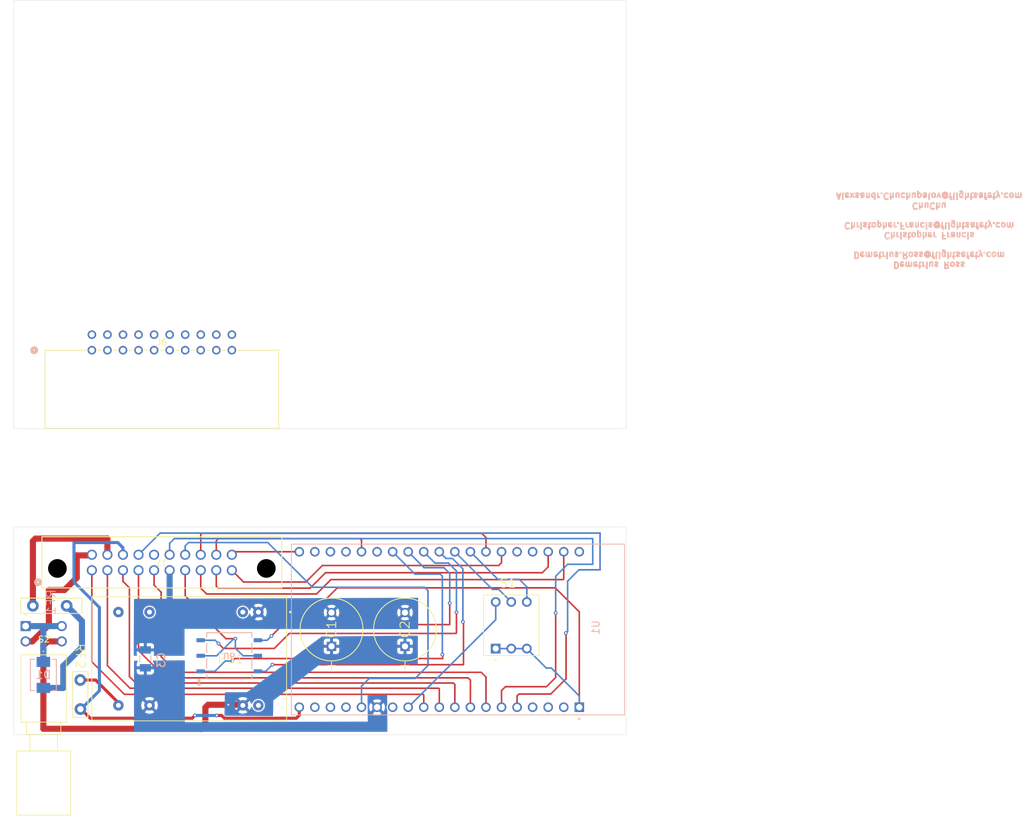
<source format=kicad_pcb>
(kicad_pcb (version 20241229) (generator "pcbnew") (generator_version "9.0")
  (layers (0 "F.Cu" signal) (2 "B.Cu" signal) (13 "F.Paste" user) (15 "B.Paste" user) (5 "F.SilkS" user "F.Silkscreen") (7 "B.SilkS" user "B.Silkscreen") (1 "F.Mask" user) (3 "B.Mask" user) (25 "Edge.Cuts" user))
  (net 0 "")
  (net 1 "-Vin")
  (net 6 "+3.3V")
  (net 7 "GPIO_25")
  (net 8 "GPIO_26")
  (net 9 "GPIO_16")
  (net 10 "ESP_GND2")
  (net 11 "GPIO_17")
  (net 12 "GPIO_4")
  (net 13 "+VIN")
  (net 15 "GPIO_13")
  (net 19 "GPIO_2")
  (net 22 "CLK")
  (net 25 "GPIO_21")
  (net 30 "GPIO_22")
  (net 31 "GPIO_14")
  (net 33 "+24V")
  (net 34 "GPIO_ANAG_35")
  (net 35 "GPIO_32")
  (net 36 "GPIO_33")
  (net 37 "GPIO_5")
  (net 38 "+VIN-dc")
  (net 39 "/+VOUT")
  (net 40 "GPIO_19")
  (net 41 "GPIO_18")
  (net 42 "+VOUT_esp_signal")
  (net 43 "GPIO_27")
  (net 44 "GPIO_23")
  (net 45 "GPIO_ANAG_34")
  (footprint "footprints:PTC_RESET_FUSE" (layer "F.Cu") (at 50.5882 167.175)
    (property "Reference" "RF1" (at 2.95 -0.6 90) (layer "B.SilkS") (effects (font (size 1.5 1.5)) (justify mirror)))
    (property "Value" "~" (hide yes))
    (fp_rect (start -2 -1.25) (end 8 1.25) (stroke (width 0.1524)) (fill no) (layer "F.SilkS"))
    (pad "1" thru_hole circle (at 0 0) (size 1.9 1.9) (drill 1.016) (layers "*.Cu" "*.Mask") (net 38 "+VIN-dc"))
    (pad "2" thru_hole circle (at 5.5118 0) (size 1.9 1.9) (drill 1.016) (layers "*.Cu" "*.Mask") (net 13 "+VIN"))
  )
  (footprint "footprints:PCAP_10x12_5-THRU-ELECT_NCA" (layer "F.Cu") (at 111.35 173.8 90)
    (property "Reference" "C2" (at 2.7559 0 90) (layer "F.SilkS") (effects (font (size 1.5 1.5))))
    (property "Value" "UHE2A470MPD")
    (fp_line (start -3.1369 -0.635) (end -3.1369 0.635) (stroke (width 0.1524)) (layer "F.SilkS"))
    (fp_line (start -3.7719 0) (end -2.5019 0) (stroke (width 0.1524)) (layer "F.SilkS"))
    (fp_circle (center 2.7559 0) (end 7.8867 0) (stroke (width 0.1524)) (fill no) (layer "F.SilkS"))
    (pad "1" thru_hole rect (at 0 0 90) (size 1.524 1.524) (drill 1.016) (layers "*.Cu" "*.Mask") (net 13 "+VIN"))
    (pad "2" thru_hole circle (at 5.5118 0 90) (size 1.524 1.524) (drill 1.016) (layers "*.Cu" "*.Mask") (net 1 "-Vin"))
  )
  (footprint "footprints:PCAP_10x12_5-THRU-ELECT_NCA" (layer "F.Cu") (at 99.35 173.8 90)
    (property "Reference" "C1" (at 2.7559 0 90) (layer "F.SilkS") (effects (font (size 1.5 1.5))))
    (property "Value" "UHE2A470MPD")
    (fp_line (start -3.1369 -0.635) (end -3.1369 0.635) (stroke (width 0.1524)) (layer "F.SilkS"))
    (fp_line (start -3.7719 0) (end -2.5019 0) (stroke (width 0.1524)) (layer "F.SilkS"))
    (fp_circle (center 2.7559 0) (end 7.8867 0) (stroke (width 0.1524)) (fill no) (layer "F.SilkS"))
    (pad "1" thru_hole rect (at 0 0 90) (size 1.524 1.524) (drill 1.016) (layers "*.Cu" "*.Mask") (net 13 "+VIN"))
    (pad "2" thru_hole circle (at 5.5118 0 90) (size 1.524 1.524) (drill 1.016) (layers "*.Cu" "*.Mask") (net 1 "-Vin"))
  )
  (footprint "footprints:SW_DS01C-254-S-03BE" (layer "F.Cu") (at 128.7 170.3625)
    (property "Reference" "S1" (at -0.555 -6.889 0) (layer "F.SilkS") (effects (font (size 1.4 1.4))))
    (property "Value" "DS01C-254-S-03BE")
    (fp_line (start -4.52 -4.95) (end 4.52 -4.95) (stroke (width 0.127)) (layer "F.SilkS"))
    (fp_line (start -4.52 4.95) (end -4.52 -4.95) (stroke (width 0.127)) (layer "F.SilkS"))
    (fp_line (start 4.52 -4.95) (end 4.52 4.95) (stroke (width 0.127)) (layer "F.SilkS"))
    (fp_line (start 4.52 4.95) (end -4.52 4.95) (stroke (width 0.127)) (layer "F.SilkS"))
    (fp_circle (center -2.6 5.7) (end -2.5 5.7) (stroke (width 0.2)) (fill no) (layer "F.SilkS"))
    (pad "1A" thru_hole rect (at -2.54 3.81) (size 1.58 1.58) (drill 1) (layers "*.Cu" "*.Mask") (net 6 "+3.3V"))
    (pad "1B" thru_hole circle (at -2.54 -3.81) (size 1.58 1.58) (drill 1) (layers "*.Cu" "*.Mask") (net 31 "GPIO_14"))
    (pad "2A" thru_hole circle (at 0 3.81) (size 1.58 1.58) (drill 1) (layers "*.Cu" "*.Mask") (net 6 "+3.3V"))
    (pad "2B" thru_hole circle (at 0 -3.81) (size 1.58 1.58) (drill 1) (layers "*.Cu" "*.Mask") (net 41 "GPIO_18"))
    (pad "3A" thru_hole circle (at 2.54 3.81) (size 1.58 1.58) (drill 1) (layers "*.Cu" "*.Mask") (net 6 "+3.3V"))
    (pad "3B" thru_hole circle (at 2.54 -3.81) (size 1.58 1.58) (drill 1) (layers "*.Cu" "*.Mask") (net 40 "GPIO_19"))
  )
  (footprint "footprints:20_pin_90" (layer "F.Cu") (at 60.22 125.42)
    (property "Reference" "J6" (at 11.43 -1.27 0) (layer "F.SilkS"))
    (property "Value" "20_pin_90")
    (fp_line (start -7.6454 0.013) (end -7.6454 12.763799) (stroke (width 0.1524)) (layer "F.SilkS"))
    (fp_line (start -7.6454 12.763799) (end 30.5054 12.763799) (stroke (width 0.1524)) (layer "F.SilkS"))
    (fp_line (start -1.031158 0.013) (end -7.6454 0.013) (stroke (width 0.1524)) (layer "F.SilkS"))
    (fp_line (start 1.508842 0.013) (end 1.031158 0.013) (stroke (width 0.1524)) (layer "F.SilkS"))
    (fp_line (start 4.048842 0.013) (end 3.571158 0.013) (stroke (width 0.1524)) (layer "F.SilkS"))
    (fp_line (start 6.588842 0.013) (end 6.111158 0.013) (stroke (width 0.1524)) (layer "F.SilkS"))
    (fp_line (start 9.128842 0.013) (end 8.651158 0.013) (stroke (width 0.1524)) (layer "F.SilkS"))
    (fp_line (start 11.668842 0.013) (end 11.191158 0.013) (stroke (width 0.1524)) (layer "F.SilkS"))
    (fp_line (start 14.208842 0.013) (end 13.731158 0.013) (stroke (width 0.1524)) (layer "F.SilkS"))
    (fp_line (start 16.748842 0.013) (end 16.271158 0.013) (stroke (width 0.1524)) (layer "F.SilkS"))
    (fp_line (start 19.288842 0.013) (end 18.811158 0.013) (stroke (width 0.1524)) (layer "F.SilkS"))
    (fp_line (start 21.828842 0.013) (end 21.351158 0.013) (stroke (width 0.1524)) (layer "F.SilkS"))
    (fp_line (start 30.5054 0.013) (end 23.891158 0.013) (stroke (width 0.1524)) (layer "F.SilkS"))
    (fp_line (start 30.5054 12.763799) (end 30.5054 0.013) (stroke (width 0.1524)) (layer "F.SilkS"))
    (fp_circle (center -9.4234 0) (end -9.0424 0) (stroke (width 0.508)) (fill no) (layer "F.SilkS"))
    (fp_circle (center -9.4234 0) (end -9.0424 0) (stroke (width 0.508)) (fill no) (layer "B.SilkS"))
    (pad "" np_thru_hole circle (at -5.08 2.54) (size 2.794 2.794) (drill 2.794) (layers "*.Cu" "*.Mask"))
    (pad "" np_thru_hole circle (at 27.94 2.54) (size 2.794 2.794) (drill 2.794) (layers "*.Cu" "*.Mask"))
    (pad "A1" thru_hole circle (at 0 0) (size 1.397 1.397) (drill 0.889) (layers "*.Cu" "*.Mask") (net 13 "+VIN"))
    (pad "A2" thru_hole circle (at 2.54 0) (size 1.397 1.397) (drill 0.889) (layers "*.Cu" "*.Mask") (net 38 "+VIN-dc"))
    (pad "A3" thru_hole circle (at 5.08 0) (size 1.397 1.397) (drill 0.889) (layers "*.Cu" "*.Mask") (net 42 "+VOUT_esp_signal"))
    (pad "A4" thru_hole circle (at 7.62 0) (size 1.397 1.397) (drill 0.889) (layers "*.Cu" "*.Mask") (net 45 "GPIO_ANAG_34"))
    (pad "A5" thru_hole circle (at 10.16 0) (size 1.397 1.397) (drill 0.889) (layers "*.Cu" "*.Mask"))
    (pad "A6" thru_hole circle (at 12.7 0) (size 1.397 1.397) (drill 0.889) (layers "*.Cu" "*.Mask") (net 34 "GPIO_ANAG_35"))
    (pad "A7" thru_hole circle (at 15.24 0) (size 1.397 1.397) (drill 0.889) (layers "*.Cu" "*.Mask") (net 15 "GPIO_13"))
    (pad "A8" thru_hole circle (at 17.78 0) (size 1.397 1.397) (drill 0.889) (layers "*.Cu" "*.Mask") (net 10 "ESP_GND2"))
    (pad "A9" thru_hole circle (at 20.32 0) (size 1.397 1.397) (drill 0.889) (layers "*.Cu" "*.Mask") (net 19 "GPIO_2"))
    (pad "A10" thru_hole circle (at 22.86 0) (size 1.397 1.397) (drill 0.889) (layers "*.Cu" "*.Mask") (net 22 "CLK"))
    (pad "B1" thru_hole circle (at 0 -2.54) (size 1.397 1.397) (drill 0.889) (layers "*.Cu" "*.Mask") (net 43 "GPIO_27"))
    (pad "B2" thru_hole circle (at 2.54 -2.54) (size 1.397 1.397) (drill 0.889) (layers "*.Cu" "*.Mask") (net 8 "GPIO_26"))
    (pad "B3" thru_hole circle (at 5.08 -2.54) (size 1.397 1.397) (drill 0.889) (layers "*.Cu" "*.Mask") (net 7 "GPIO_25"))
    (pad "B4" thru_hole circle (at 7.62 -2.54) (size 1.397 1.397) (drill 0.889) (layers "*.Cu" "*.Mask") (net 36 "GPIO_33"))
    (pad "B5" thru_hole circle (at 10.16 -2.54) (size 1.397 1.397) (drill 0.889) (layers "*.Cu" "*.Mask") (net 35 "GPIO_32"))
    (pad "B6" thru_hole circle (at 12.7 -2.54) (size 1.397 1.397) (drill 0.889) (layers "*.Cu" "*.Mask") (net 1 "-Vin"))
    (pad "B7" thru_hole circle (at 15.24 -2.54) (size 1.397 1.397) (drill 0.889) (layers "*.Cu" "*.Mask") (net 6 "+3.3V"))
    (pad "B8" thru_hole circle (at 17.78 -2.54) (size 1.397 1.397) (drill 0.889) (layers "*.Cu" "*.Mask") (net 44 "GPIO_23"))
    (pad "B9" thru_hole circle (at 20.32 -2.54) (size 1.397 1.397) (drill 0.889) (layers "*.Cu" "*.Mask") (net 30 "GPIO_22"))
    (pad "B10" thru_hole circle (at 22.86 -2.54) (size 1.397 1.397) (drill 0.889) (layers "*.Cu" "*.Mask") (net 25 "GPIO_21"))
  )
  (footprint "footprints:SW_PB400EEQR1BLK" (layer "F.Cu") (at 52.35 171.75 -90)
    (property "Reference" "S2" (at 0.9 -0.05 180) (layer "F.SilkS"))
    (property "Value" "PB400EEQR1BLK")
    (fp_line (start 19.14 4.4) (end 19.14 2.25) (stroke (width 0.127)) (layer "F.SilkS"))
    (fp_line (start 29.64 4.4) (end 19.14 4.4) (stroke (width 0.127)) (layer "F.SilkS"))
    (fp_line (start 3.44 3.7) (end 14.44 3.7) (stroke (width 0.127)) (layer "F.SilkS"))
    (fp_line (start 14.44 3.7) (end 14.44 2.8) (stroke (width 0.127)) (layer "F.SilkS"))
    (fp_line (start 14.44 2.8) (end 14.44 -2.8) (stroke (width 0.127)) (layer "F.SilkS"))
    (fp_line (start 16.44 2.8) (end 14.44 2.8) (stroke (width 0.127)) (layer "F.SilkS"))
    (fp_line (start 16.44 2.25) (end 16.44 2.8) (stroke (width 0.127)) (layer "F.SilkS"))
    (fp_line (start 19.14 2.25) (end 16.44 2.25) (stroke (width 0.127)) (layer "F.SilkS"))
    (fp_line (start 16.44 -2.25) (end 16.44 2.25) (stroke (width 0.127)) (layer "F.SilkS"))
    (fp_line (start 16.44 -2.25) (end 19.14 -2.25) (stroke (width 0.127)) (layer "F.SilkS"))
    (fp_line (start 19.14 -2.25) (end 19.14 2.25) (stroke (width 0.127)) (layer "F.SilkS"))
    (fp_line (start 19.14 -2.25) (end 19.14 -4.4) (stroke (width 0.127)) (layer "F.SilkS"))
    (fp_line (start 14.44 -2.8) (end 16.44 -2.8) (stroke (width 0.127)) (layer "F.SilkS"))
    (fp_line (start 14.44 -2.8) (end 14.44 -3.7) (stroke (width 0.127)) (layer "F.SilkS"))
    (fp_line (start 16.44 -2.8) (end 16.44 -2.25) (stroke (width 0.127)) (layer "F.SilkS"))
    (fp_line (start 3.44 -3.7) (end 3.44 3.7) (stroke (width 0.127)) (layer "F.SilkS"))
    (fp_line (start 14.44 -3.7) (end 3.44 -3.7) (stroke (width 0.127)) (layer "F.SilkS"))
    (fp_line (start 19.14 -4.4) (end 29.64 -4.4) (stroke (width 0.127)) (layer "F.SilkS"))
    (fp_line (start 29.64 -4.4) (end 29.64 4.4) (stroke (width 0.127)) (layer "F.SilkS"))
    (fp_circle (center -3.08 2.953) (end -2.98 2.953) (stroke (width 0.2)) (fill no) (layer "F.SilkS"))
    (pad "" np_thru_hole circle (at 12.65 -2.2 270) (size 1.9 1.9) (drill 1.9) (layers "*.Cu" "*.Mask"))
    (pad "" np_thru_hole circle (at 12.65 2.2 270) (size 1.9 1.9) (drill 1.9) (layers "*.Cu" "*.Mask"))
    (pad "1" thru_hole rect (at -1.25 2.95 270) (size 1.65 1.65) (drill 1.1) (layers "*.Cu" "*.Mask") (net 33 "+24V"))
    (pad "2" thru_hole circle (at 1.25 2.95 270) (size 1.65 1.65) (drill 1.1) (layers "*.Cu" "*.Mask") (net 13 "+VIN"))
    (pad "3" thru_hole circle (at -1.25 -2.95 270) (size 1.65 1.65) (drill 1.1) (layers "*.Cu" "*.Mask") (net 33 "+24V"))
    (pad "4" thru_hole circle (at 1.25 -2.95 270) (size 1.65 1.65) (drill 1.1) (layers "*.Cu" "*.Mask") (net 13 "+VIN"))
  )
  (footprint "footprints:PTC_RESET_FUSE" (layer "F.Cu") (at 58.326066 178.90625 -90)
    (property "Reference" "RF2" (at -3.50625 0 270) (layer "F.SilkS") (effects (font (size 1.5 1.5))))
    (property "Value" "~" (hide yes))
    (fp_rect (start -1 -1.25) (end 6.5 1.25) (stroke (width 0.1524)) (fill no) (layer "F.SilkS"))
    (pad "1" thru_hole circle (at 0.4 0 270) (size 1.9 1.9) (drill 1.016) (layers "*.Cu" "*.Mask") (net 39 "/+VOUT"))
    (pad "2" thru_hole circle (at 5.15 -0.025 270) (size 1.9 1.9) (drill 1.016) (layers "*.Cu" "*.Mask") (net 42 "+VOUT_esp_signal"))
  )
  (footprint "footprints:CONV_REC5A-2405SW_H2" (layer "F.Cu") (at 76.11 175.83 180)
    (property "Reference" "PS1" (at -6.77 0 0) (layer "F.SilkS") (effects (font (size 1.5 1.5))))
    (property "Value" "REC5A-2405SW_H2")
    (fp_line (start 15.9 10.15) (end -15.9 10.15) (stroke (width 0.127)) (layer "F.SilkS"))
    (fp_line (start 15.9 -10.15) (end 15.9 10.15) (stroke (width 0.127)) (layer "F.SilkS"))
    (fp_line (start -15.9 10.15) (end -15.9 -10.15) (stroke (width 0.127)) (layer "F.SilkS"))
    (fp_line (start -15.9 -10.15) (end 15.9 -10.15) (stroke (width 0.127)) (layer "F.SilkS"))
    (fp_circle (center -16.51 7.62) (end -16.41 7.62) (stroke (width 0.2)) (fill no) (layer "F.SilkS"))
    (pad "2" thru_hole circle (at -11.3 7.62 180) (size 1.7 1.7) (drill 0.8) (layers "*.Cu" "*.Mask") (net 1 "-Vin"))
    (pad "3" thru_hole circle (at -8.76 7.62 180) (size 1.7 1.7) (drill 0.8) (layers "*.Cu" "*.Mask"))
    (pad "9" thru_hole circle (at 6.48 7.62 180) (size 1.7 1.7) (drill 0.8) (layers "*.Cu" "*.Mask"))
    (pad "11" thru_hole circle (at 11.56 7.62 180) (size 1.7 1.7) (drill 0.8) (layers "*.Cu" "*.Mask"))
    (pad "14" thru_hole circle (at 11.56 -7.62 180) (size 1.7 1.7) (drill 0.8) (layers "*.Cu" "*.Mask") (net 39 "/+VOUT"))
    (pad "16" thru_hole circle (at 6.48 -7.62 180) (size 1.7 1.7) (drill 0.8) (layers "*.Cu" "*.Mask") (net 10 "ESP_GND2"))
    (pad "22" thru_hole circle (at -8.76 -7.62 180) (size 1.7 1.7) (drill 0.8) (layers "*.Cu" "*.Mask") (net 13 "+VIN"))
    (pad "23" thru_hole circle (at -11.3 -7.62 180) (size 1.7 1.7) (drill 0.8) (layers "*.Cu" "*.Mask"))
  )
  (footprint "footprints:20_pin_straight" (layer "F.Cu") (at 60.215 161.3775 180)
    (property "Reference" "J7" (at -11.43 1.27 180) (layer "F.SilkS"))
    (property "Value" "20-pin-straight")
    (fp_line (start 8.1534 5.4737) (end 8.1534 -2.8829) (stroke (width 0.1524)) (layer "F.SilkS"))
    (fp_line (start 8.1534 -2.8829) (end -31.0134 -2.8829) (stroke (width 0.1524)) (layer "F.SilkS"))
    (fp_line (start -31.0134 5.4737) (end 8.1534 5.4737) (stroke (width 0.1524)) (layer "F.SilkS"))
    (fp_line (start -31.0134 -2.8829) (end -31.0134 5.4737) (stroke (width 0.1524)) (layer "F.SilkS"))
    (fp_circle (center 8.7884 -1.95) (end 9.1694 -1.95) (stroke (width 0.508)) (fill no) (layer "F.SilkS"))
    (fp_circle (center 8.7884 -1.95) (end 9.1694 -1.95) (stroke (width 0.508)) (fill no) (layer "B.SilkS"))
    (pad "" np_thru_hole circle (at -28.4861 0.299999 180) (size 3.048 3.048) (drill 3.048) (layers))
    (pad "" np_thru_hole circle (at 5.6261 0.299999 180) (size 3.048 3.048) (drill 3.048) (layers))
    (pad "1" thru_hole circle (at 0 0 180) (size 1.651 1.651) (drill 1.143) (layers "*.Cu" "*.Mask") (net 43 "GPIO_27"))
    (pad "2" thru_hole circle (at -2.54 0 180) (size 1.651 1.651) (drill 1.143) (layers "*.Cu" "*.Mask") (net 8 "GPIO_26"))
    (pad "3" thru_hole circle (at -5.08 0 180) (size 1.651 1.651) (drill 1.143) (layers "*.Cu" "*.Mask") (net 7 "GPIO_25"))
    (pad "4" thru_hole circle (at -7.62 0 180) (size 1.651 1.651) (drill 1.143) (layers "*.Cu" "*.Mask") (net 36 "GPIO_33"))
    (pad "5" thru_hole circle (at -10.16 0 180) (size 1.651 1.651) (drill 1.143) (layers "*.Cu" "*.Mask") (net 35 "GPIO_32"))
    (pad "6" thru_hole circle (at -12.7 0 180) (size 1.651 1.651) (drill 1.143) (layers "*.Cu" "*.Mask") (net 1 "-Vin"))
    (pad "7" thru_hole circle (at -15.24 0 180) (size 1.651 1.651) (drill 1.143) (layers "*.Cu" "*.Mask") (net 6 "+3.3V"))
    (pad "8" thru_hole circle (at -17.78 0 180) (size 1.651 1.651) (drill 1.143) (layers "*.Cu" "*.Mask") (net 44 "GPIO_23"))
    (pad "9" thru_hole circle (at -20.32 0 180) (size 1.651 1.651) (drill 1.143) (layers "*.Cu" "*.Mask") (net 30 "GPIO_22"))
    (pad "10" thru_hole circle (at -22.86 0 180) (size 1.651 1.651) (drill 1.143) (layers "*.Cu" "*.Mask") (net 25 "GPIO_21"))
    (pad "11" thru_hole circle (at 0 2.54 180) (size 1.651 1.651) (drill 1.143) (layers "*.Cu" "*.Mask") (net 13 "+VIN"))
    (pad "12" thru_hole circle (at -2.54 2.54 180) (size 1.651 1.651) (drill 1.143) (layers "*.Cu" "*.Mask") (net 38 "+VIN-dc"))
    (pad "13" thru_hole circle (at -5.08 2.54 180) (size 1.651 1.651) (drill 1.143) (layers "*.Cu" "*.Mask") (net 42 "+VOUT_esp_signal"))
    (pad "14" thru_hole circle (at -7.62 2.54 180) (size 1.651 1.651) (drill 1.143) (layers "*.Cu" "*.Mask") (net 45 "GPIO_ANAG_34"))
    (pad "15" thru_hole circle (at -10.16 2.54 180) (size 1.651 1.651) (drill 1.143) (layers "*.Cu" "*.Mask"))
    (pad "16" thru_hole circle (at -12.7 2.54 180) (size 1.651 1.651) (drill 1.143) (layers "*.Cu" "*.Mask") (net 34 "GPIO_ANAG_35"))
    (pad "17" thru_hole circle (at -15.24 2.54 180) (size 1.651 1.651) (drill 1.143) (layers "*.Cu" "*.Mask") (net 15 "GPIO_13"))
    (pad "18" thru_hole circle (at -17.78 2.54 180) (size 1.651 1.651) (drill 1.143) (layers "*.Cu" "*.Mask") (net 10 "ESP_GND2"))
    (pad "19" thru_hole circle (at -20.32 2.54 180) (size 1.651 1.651) (drill 1.143) (layers "*.Cu" "*.Mask") (net 19 "GPIO_2"))
    (pad "20" thru_hole circle (at -22.86 2.54 180) (size 1.651 1.651) (drill 1.143) (layers "*.Cu" "*.Mask") (net 22 "CLK"))
  )
  (footprint "footprints:SH-7070TB_7P1X7P3_NDC" (layer "B.Cu") (at 82.65 175.35)
    (property "Reference" "U6" (at 0 0 180) (layer "B.SilkS") (effects (justify mirror)))
    (property "Value" "SH-7070TB")
    (fp_line (start -3.683 -3.7719) (end 3.683 -3.7719) (stroke (width 0.1524)) (layer "B.SilkS"))
    (fp_line (start -3.683 -3.003665) (end -3.683 -3.7719) (stroke (width 0.1524)) (layer "B.SilkS"))
    (fp_line (start -3.683 -0.463665) (end -3.683 -2.076335) (stroke (width 0.1524)) (layer "B.SilkS"))
    (fp_line (start -3.683 2.076335) (end -3.683 0.463665) (stroke (width 0.1524)) (layer "B.SilkS"))
    (fp_line (start -3.683 3.7719) (end -3.683 3.003665) (stroke (width 0.1524)) (layer "B.SilkS"))
    (fp_line (start 3.683 -3.7719) (end 3.683 -3.003665) (stroke (width 0.1524)) (layer "B.SilkS"))
    (fp_line (start 3.683 -2.076335) (end 3.683 -0.463665) (stroke (width 0.1524)) (layer "B.SilkS"))
    (fp_line (start 3.683 0.463665) (end 3.683 2.076335) (stroke (width 0.1524)) (layer "B.SilkS"))
    (fp_line (start 3.683 3.003665) (end 3.683 3.7719) (stroke (width 0.1524)) (layer "B.SilkS"))
    (fp_line (start 3.683 3.7719) (end -3.683 3.7719) (stroke (width 0.1524)) (layer "B.SilkS"))
    (fp_text user "*" (at -4.9276 4.3434 180) (layer "B.SilkS") (effects (justify mirror)))
    (fp_text user "*" (at -4.9276 4.3434 180) (layer "B.SilkS") (effects (justify mirror)))
    (pad "1" smd rect (at -4.6736 2.54) (size 1.3716 0.6604) (layers "B.Cu" "B.Mask" "B.Paste") (net 12 "GPIO_4"))
    (pad "2" smd rect (at -4.6736 0) (size 1.3716 0.6604) (layers "B.Cu" "B.Mask" "B.Paste") (net 6 "+3.3V"))
    (pad "3" smd rect (at -4.6736 -2.54) (size 1.3716 0.6604) (layers "B.Cu" "B.Mask" "B.Paste") (net 11 "GPIO_17"))
    (pad "4" smd rect (at 4.6736 -2.54) (size 1.3716 0.6604) (layers "B.Cu" "B.Mask" "B.Paste") (net 9 "GPIO_16"))
    (pad "5" smd rect (at 4.6736 0) (size 1.3716 0.6604) (layers "B.Cu" "B.Mask" "B.Paste") (net 6 "+3.3V"))
    (pad "6" smd rect (at 4.6736 2.54) (size 1.3716 0.6604) (layers "B.Cu" "B.Mask" "B.Paste") (net 37 "GPIO_5"))
  )
  (footprint "footprints:DO214AASMB_CIP-L" (layer "B.Cu") (at 52.3 178.4709 -90)
    (property "Reference" "D1" (at 0 0 0) (layer "B.SilkS") (effects (font (size 1.3 1.3) (thickness 0.2)) (justify mirror)))
    (property "Value" "SS34B-HF")
    (fp_line (start -2.5527 2.1209) (end -2.5527 1.43764) (stroke (width 0.1524)) (layer "B.SilkS"))
    (fp_line (start 2.5527 2.1209) (end -2.5527 2.1209) (stroke (width 0.1524)) (layer "B.SilkS"))
    (fp_line (start 2.5527 1.43764) (end 2.5527 2.1209) (stroke (width 0.1524)) (layer "B.SilkS"))
    (fp_line (start -2.5527 -1.43764) (end -2.5527 -2.1209) (stroke (width 0.1524)) (layer "B.SilkS"))
    (fp_line (start -2.5527 -2.1209) (end 2.5527 -2.1209) (stroke (width 0.1524)) (layer "B.SilkS"))
    (fp_line (start 2.5527 -2.1209) (end 2.5527 -1.43764) (stroke (width 0.1524)) (layer "B.SilkS"))
    (fp_circle (center -3.8354 0) (end -3.7592 0) (stroke (width 0.1524)) (fill no) (layer "B.SilkS"))
    (pad "1" smd rect (at -2.1209 0 270) (size 1.651 2.2098) (layers "B.Cu" "B.Mask" "B.Paste") (net 33 "+24V"))
    (pad "2" smd rect (at 2.1209 0 270) (size 1.651 2.2098) (layers "B.Cu" "B.Mask" "B.Paste") (net 13 "+VIN"))
    (zone (net 0) (net_name "") (layer "B.Cu") (connect_pads (clearance 0)) (min_thickness 0.254)
      (keepout (tracks not_allowed) (vias not_allowed) (pads allowed) (copperpour not_allowed) (footprints allowed))
      (fill (thermal_gap 0.508) (thermal_bridge_width 0.508))
      (polygon (pts (xy 50.3569 177.2263) (xy 50.3569 179.7155) (xy 54.2431 179.7155) (xy 54.2431 177.2263)))
    )
  )
  (footprint "footprints:CAPC3216X180N" (layer "B.Cu") (at 68.95 175.85 90)
    (property "Reference" "C3" (at -0.2 2.6 90) (layer "B.SilkS") (effects (font (size 1.3 1.3) (thickness 0.2)) (justify mirror)))
    (property "Value" "1000pf/3kV")
    (fp_line (start -0.54 -0.9) (end 0.54 -0.9) (stroke (width 0.127)) (layer "B.SilkS"))
    (fp_line (start -0.54 0.9) (end 0.54 0.9) (stroke (width 0.127)) (layer "B.SilkS"))
    (pad "1" smd rect (at -1.46 0 90) (size 1.2 1.82) (layers "B.Cu" "B.Mask" "B.Paste") (net 10 "ESP_GND2"))
    (pad "2" smd rect (at 1.46 0 90) (size 1.2 1.82) (layers "B.Cu" "B.Mask" "B.Paste") (net 1 "-Vin"))
  )
  (footprint "footprints:MODULE_ESP32-DEVKITC-32D" (layer "B.Cu") (at 120.05 171.05 90)
    (property "Reference" "U1" (at 0.3 22.45 90) (layer "B.SilkS") (effects (font (size 1.2 1.2)) (justify mirror)))
    (property "Value" "ESP32-DEVKITC-32D")
    (fp_line (start 13.95 -27.25) (end -13.95 -27.25) (stroke (width 0.127)) (layer "B.SilkS"))
    (fp_line (start -13.95 -27.25) (end -13.95 27.15) (stroke (width 0.127)) (layer "B.SilkS"))
    (fp_line (start 13.95 27.15) (end 13.95 -27.25) (stroke (width 0.127)) (layer "B.SilkS"))
    (fp_line (start -13.95 27.15) (end 13.95 27.15) (stroke (width 0.127)) (layer "B.SilkS"))
    (fp_circle (center -14.6 19.76) (end -14.5 19.76) (stroke (width 0.2)) (fill no) (layer "B.SilkS"))
    (pad "J2-1" thru_hole rect (at -12.7 19.76 90) (size 1.56 1.56) (drill 1.04) (layers "*.Cu" "*.Mask") (net 6 "+3.3V"))
    (pad "J2-2" thru_hole circle (at -12.7 17.22 90) (size 1.56 1.56) (drill 1.04) (layers "*.Cu" "*.Mask"))
    (pad "J2-3" thru_hole circle (at -12.7 14.68 90) (size 1.56 1.56) (drill 1.04) (layers "*.Cu" "*.Mask"))
    (pad "J2-4" thru_hole circle (at -12.7 12.14 90) (size 1.56 1.56) (drill 1.04) (layers "*.Cu" "*.Mask"))
    (pad "J2-5" thru_hole circle (at -12.7 9.6 90) (size 1.56 1.56) (drill 1.04) (layers "*.Cu" "*.Mask") (net 45 "GPIO_ANAG_34"))
    (pad "J2-6" thru_hole circle (at -12.7 7.06 90) (size 1.56 1.56) (drill 1.04) (layers "*.Cu" "*.Mask") (net 34 "GPIO_ANAG_35"))
    (pad "J2-7" thru_hole circle (at -12.7 4.52 90) (size 1.56 1.56) (drill 1.04) (layers "*.Cu" "*.Mask") (net 35 "GPIO_32"))
    (pad "J2-8" thru_hole circle (at -12.7 1.98 90) (size 1.56 1.56) (drill 1.04) (layers "*.Cu" "*.Mask") (net 36 "GPIO_33"))
    (pad "J2-9" thru_hole circle (at -12.7 -0.56 90) (size 1.56 1.56) (drill 1.04) (layers "*.Cu" "*.Mask") (net 7 "GPIO_25"))
    (pad "J2-10" thru_hole circle (at -12.7 -3.1 90) (size 1.56 1.56) (drill 1.04) (layers "*.Cu" "*.Mask") (net 8 "GPIO_26"))
    (pad "J2-11" thru_hole circle (at -12.7 -5.64 90) (size 1.56 1.56) (drill 1.04) (layers "*.Cu" "*.Mask") (net 43 "GPIO_27"))
    (pad "J2-12" thru_hole circle (at -12.7 -8.18 90) (size 1.56 1.56) (drill 1.04) (layers "*.Cu" "*.Mask") (net 31 "GPIO_14"))
    (pad "J2-13" thru_hole circle (at -12.7 -10.72 90) (size 1.56 1.56) (drill 1.04) (layers "*.Cu" "*.Mask"))
    (pad "J2-14" thru_hole circle (at -12.7 -13.26 90) (size 1.56 1.56) (drill 1.04) (layers "*.Cu" "*.Mask") (net 10 "ESP_GND2"))
    (pad "J2-15" thru_hole circle (at -12.7 -15.8 90) (size 1.56 1.56) (drill 1.04) (layers "*.Cu" "*.Mask") (net 15 "GPIO_13"))
    (pad "J2-16" thru_hole circle (at -12.7 -18.34 90) (size 1.56 1.56) (drill 1.04) (layers "*.Cu" "*.Mask"))
    (pad "J2-17" thru_hole circle (at -12.7 -20.88 90) (size 1.56 1.56) (drill 1.04) (layers "*.Cu" "*.Mask"))
    (pad "J2-18" thru_hole circle (at -12.7 -23.42 90) (size 1.56 1.56) (drill 1.04) (layers "*.Cu" "*.Mask"))
    (pad "J2-19" thru_hole circle (at -12.7 -25.96 90) (size 1.56 1.56) (drill 1.04) (layers "*.Cu" "*.Mask") (net 42 "+VOUT_esp_signal"))
    (pad "J3-1" thru_hole circle (at 12.7 19.76 90) (size 1.56 1.56) (drill 1.04) (layers "*.Cu" "*.Mask") (net 10 "ESP_GND2"))
    (pad "J3-2" thru_hole circle (at 12.7 17.22 90) (size 1.56 1.56) (drill 1.04) (layers "*.Cu" "*.Mask") (net 44 "GPIO_23"))
    (pad "J3-3" thru_hole circle (at 12.7 14.68 90) (size 1.56 1.56) (drill 1.04) (layers "*.Cu" "*.Mask") (net 30 "GPIO_22"))
    (pad "J3-4" thru_hole circle (at 12.7 12.14 90) (size 1.56 1.56) (drill 1.04) (layers "*.Cu" "*.Mask"))
    (pad "J3-5" thru_hole circle (at 12.7 9.6 90) (size 1.56 1.56) (drill 1.04) (layers "*.Cu" "*.Mask"))
    (pad "J3-6" thru_hole circle (at 12.7 7.06 90) (size 1.56 1.56) (drill 1.04) (layers "*.Cu" "*.Mask") (net 25 "GPIO_21"))
    (pad "J3-7" thru_hole circle (at 12.7 4.52 90) (size 1.56 1.56) (drill 1.04) (layers "*.Cu" "*.Mask") (net 10 "ESP_GND2"))
    (pad "J3-8" thru_hole circle (at 12.7 1.98 90) (size 1.56 1.56) (drill 1.04) (layers "*.Cu" "*.Mask") (net 40 "GPIO_19"))
    (pad "J3-9" thru_hole circle (at 12.7 -0.56 90) (size 1.56 1.56) (drill 1.04) (layers "*.Cu" "*.Mask") (net 41 "GPIO_18"))
    (pad "J3-10" thru_hole circle (at 12.7 -3.1 90) (size 1.56 1.56) (drill 1.04) (layers "*.Cu" "*.Mask") (net 37 "GPIO_5"))
    (pad "J3-11" thru_hole circle (at 12.7 -5.64 90) (size 1.56 1.56) (drill 1.04) (layers "*.Cu" "*.Mask") (net 11 "GPIO_17"))
    (pad "J3-12" thru_hole circle (at 12.7 -8.18 90) (size 1.56 1.56) (drill 1.04) (layers "*.Cu" "*.Mask") (net 9 "GPIO_16"))
    (pad "J3-13" thru_hole circle (at 12.7 -10.72 90) (size 1.56 1.56) (drill 1.04) (layers "*.Cu" "*.Mask") (net 12 "GPIO_4"))
    (pad "J3-14" thru_hole circle (at 12.7 -13.26 90) (size 1.56 1.56) (drill 1.04) (layers "*.Cu" "*.Mask"))
    (pad "J3-15" thru_hole circle (at 12.7 -15.8 90) (size 1.56 1.56) (drill 1.04) (layers "*.Cu" "*.Mask") (net 19 "GPIO_2"))
    (pad "J3-16" thru_hole circle (at 12.7 -18.34 90) (size 1.56 1.56) (drill 1.04) (layers "*.Cu" "*.Mask"))
    (pad "J3-17" thru_hole circle (at 12.7 -20.88 90) (size 1.56 1.56) (drill 1.04) (layers "*.Cu" "*.Mask"))
    (pad "J3-18" thru_hole circle (at 12.7 -23.42 90) (size 1.56 1.56) (drill 1.04) (layers "*.Cu" "*.Mask"))
    (pad "J3-19" thru_hole circle (at 12.7 -25.96 90) (size 1.56 1.56) (drill 1.04) (layers "*.Cu" "*.Mask") (net 22 "CLK"))
  )
  (gr_rect (start 47.45 154.275) (end 147.45 188.275) (stroke (width 0.05)) (fill no) (layer "Edge.Cuts"))
  (gr_rect (start 47.45 68.25) (end 147.45 138.25) (stroke (width 0.05)) (fill no) (layer "Edge.Cuts"))
  (gr_text "Demetrius Ross\nDemetrius.Ross@flightsafety.com\n\nChristopher Francis\nChristopher.Francis@flightsafety.com\n\nChuChu\nAlexsandr.Chuchupalov@flightsafety.com" (at 196.95 105.85 180) (layer "B.SilkS") (effects (font (size 1 1) (thickness 0.25) (bold yes)) (justify mirror)))
  (segment (start 76.1 170.25) (end 85.79 170.25) (width 0.254) (layer "B.Cu") (net 1))
  (segment (start 72.9 167.05) (end 76.1 170.25) (width 0.254) (layer "B.Cu") (net 1))
  (segment (start 85.79 170.25) (end 87.83 168.21) (width 0.254) (layer "B.Cu") (net 1))
  (segment (start 72.915 167.035) (end 72.9 167.05) (width 0.254) (layer "B.Cu") (net 1))
  (segment (start 72.915 161.3775) (end 72.915 167.035) (width 1) (layer "B.Cu") (net 1))
  (segment (start 75.455 165.555) (end 75.455 161.3775) (width 0.254) (layer "F.Cu") (net 6))
  (segment (start 79.5 169.95) (end 79.5 166.35) (width 0.254) (layer "F.Cu") (net 6))
  (segment (start 98.2 166.35) (end 100.3 164.25) (width 0.254) (layer "F.Cu") (net 6))
  (segment (start 76.25 166.35) (end 75.455 165.555) (width 0.254) (layer "F.Cu") (net 6))
  (segment (start 100.3 164.25) (end 135.8875 164.25) (width 0.254) (layer "F.Cu") (net 6))
  (segment (start 135.8875 164.25) (end 139.81 168.1725) (width 0.254) (layer "F.Cu") (net 6))
  (segment (start 83.65 172.55) (end 82.1 172.55) (width 0.254) (layer "F.Cu") (net 6))
  (segment (start 82.1 172.55) (end 79.5 169.95) (width 0.254) (layer "F.Cu") (net 6))
  (segment (start 79.5 166.35) (end 98.2 166.35) (width 0.254) (layer "F.Cu") (net 6))
  (segment (start 139.81 168.1725) (end 139.81 183.75) (width 0.254) (layer "F.Cu") (net 6))
  (segment (start 79.5 166.35) (end 76.25 166.35) (width 0.254) (layer "F.Cu") (net 6))
  (via (at 83.65 172.55) (size 0.6) (drill 0.3) (layers "F.Cu" "B.Cu") (net 6))
  (segment (start 80.6 175.35) (end 77.9764 175.35) (width 0.254) (layer "B.Cu") (net 6))
  (segment (start 131.24 174.1725) (end 128.7 174.1725) (width 0.254) (layer "B.Cu") (net 6))
  (segment (start 84.9 175.35) (end 87.3236 175.35) (width 0.254) (layer "B.Cu") (net 6))
  (segment (start 139.81 181.91) (end 135.25 177.35) (width 0.254) (layer "B.Cu") (net 6))
  (segment (start 134.4175 177.35) (end 131.24 174.1725) (width 0.254) (layer "B.Cu") (net 6))
  (segment (start 128.7 174.1725) (end 126.16 174.1725) (width 0.254) (layer "B.Cu") (net 6))
  (segment (start 83.65 172.55) (end 83.4 172.55) (width 0.254) (layer "B.Cu") (net 6))
  (segment (start 83.4 172.55) (end 80.6 175.35) (width 0.254) (layer "B.Cu") (net 6))
  (segment (start 135.25 177.35) (end 134.4175 177.35) (width 0.254) (layer "B.Cu") (net 6))
  (segment (start 83.65 174.1) (end 84.9 175.35) (width 0.254) (layer "B.Cu") (net 6))
  (segment (start 139.81 183.75) (end 139.81 181.91) (width 0.254) (layer "B.Cu") (net 6))
  (segment (start 83.65 172.55) (end 83.65 174.1) (width 0.254) (layer "B.Cu") (net 6))
  (segment (start 119.49 180.04) (end 119.49 183.75) (width 0.254) (layer "F.Cu") (net 7))
  (segment (start 65.295 161.3775) (end 65.295 163.195) (width 0.254) (layer "F.Cu") (net 7))
  (segment (start 66.35 178.75) (end 67.4 179.8) (width 0.254) (layer "F.Cu") (net 7))
  (segment (start 67.4 179.8) (end 119.25 179.8) (width 0.254) (layer "F.Cu") (net 7))
  (segment (start 65.295 163.195) (end 66.35 164.25) (width 0.254) (layer "F.Cu") (net 7))
  (segment (start 119.25 179.8) (end 119.49 180.04) (width 0.254) (layer "F.Cu") (net 7))
  (segment (start 66.35 164.25) (end 66.35 178.75) (width 0.254) (layer "F.Cu") (net 7))
  (segment (start 116.95 180.75) (end 116.95 183.75) (width 0.254) (layer "F.Cu") (net 8))
  (segment (start 116.85 180.65) (end 116.95 180.75) (width 0.254) (layer "F.Cu") (net 8))
  (segment (start 62.755 161.3775) (end 62.755 176.945) (width 0.254) (layer "F.Cu") (net 8))
  (segment (start 62.755 176.945) (end 62.75 176.95) (width 0.254) (layer "F.Cu") (net 8))
  (segment (start 62.75 176.95) (end 66.45 180.65) (width 0.254) (layer "F.Cu") (net 8))
  (segment (start 66.45 180.65) (end 116.85 180.65) (width 0.254) (layer "F.Cu") (net 8))
  (segment (start 118.65 166.75) (end 118.65 170.25) (width 0.254) (layer "F.Cu") (net 9))
  (segment (start 118.65 170.25) (end 91.4 170.25) (width 0.254) (layer "F.Cu") (net 9))
  (segment (start 91.4 170.25) (end 89.55 172.1) (width 0.254) (layer "F.Cu") (net 9))
  (via (at 89.55 172.1) (size 0.6) (drill 0.3) (layers "F.Cu" "B.Cu") (net 9))
  (via (at 118.65 166.75) (size 0.6) (drill 0.3) (layers "F.Cu" "B.Cu") (net 9))
  (segment (start 87.3236 172.81) (end 88.84 172.81) (width 0.254) (layer "B.Cu") (net 9))
  (segment (start 118.65 166.75) (end 118.65 161.9) (width 0.254) (layer "B.Cu") (net 9))
  (segment (start 117.7 160.95) (end 114.4575 160.95) (width 0.254) (layer "B.Cu") (net 9))
  (segment (start 88.84 172.81) (end 89.55 172.1) (width 0.254) (layer "B.Cu") (net 9))
  (segment (start 118.65 161.9) (end 117.7 160.95) (width 0.254) (layer "B.Cu") (net 9))
  (segment (start 114.4575 160.95) (end 111.47 157.9625) (width 0.254) (layer "B.Cu") (net 9))
  (segment (start 124.57 158.35) (end 124.57 156.02) (width 0.254) (layer "F.Cu") (net 10))
  (segment (start 124.57 156.02) (end 123.9 155.35) (width 0.254) (layer "F.Cu") (net 10))
  (segment (start 78.15 155.35) (end 77.995 155.505) (width 0.254) (layer "F.Cu") (net 10))
  (segment (start 123.9 155.35) (end 78.15 155.35) (width 0.254) (layer "F.Cu") (net 10))
  (segment (start 77.995 155.505) (end 77.995 158.8375) (width 0.254) (layer "F.Cu") (net 10))
  (segment (start 80.9 173.35) (end 81.7 174.15) (width 0.254) (layer "F.Cu") (net 11))
  (segment (start 90 174.15) (end 92.45 171.7) (width 0.254) (layer "F.Cu") (net 11))
  (segment (start 119.65 171.7) (end 119.75 171.6) (width 0.254) (layer "F.Cu") (net 11))
  (segment (start 81.7 174.15) (end 90 174.15) (width 0.254) (layer "F.Cu") (net 11))
  (segment (start 92.45 171.7) (end 119.65 171.7) (width 0.254) (layer "F.Cu") (net 11))
  (segment (start 119.75 171.6) (end 119.75 168.25) (width 0.254) (layer "F.Cu") (net 11))
  (via (at 119.75 168.25) (size 0.6) (drill 0.3) (layers "F.Cu" "B.Cu") (net 11))
  (via (at 80.9 173.35) (size 0.6) (drill 0.3) (layers "F.Cu" "B.Cu") (net 11))
  (segment (start 80.36 172.81) (end 80.9 173.35) (width 0.254) (layer "B.Cu") (net 11))
  (segment (start 119.75 161.5) (end 118.45 160.2) (width 0.254) (layer "B.Cu") (net 11))
  (segment (start 119.75 168.25) (end 119.75 161.5) (width 0.254) (layer "B.Cu") (net 11))
  (segment (start 118.45 160.2) (end 116.2475 160.2) (width 0.254) (layer "B.Cu") (net 11))
  (segment (start 116.2475 160.2) (end 114.01 157.9625) (width 0.254) (layer "B.Cu") (net 11))
  (segment (start 77.9764 172.81) (end 80.36 172.81) (width 0.254) (layer "B.Cu") (net 11))
  (segment (start 117.5 175.2) (end 117.45 175.15) (width 0.254) (layer "F.Cu") (net 12))
  (segment (start 83.15 176.2) (end 83.55 175.8) (width 0.254) (layer "F.Cu") (net 12))
  (segment (start 91.85 175.8) (end 117.5 175.8) (width 0.254) (layer "F.Cu") (net 12))
  (segment (start 83.55 175.8) (end 91.85 175.8) (width 0.254) (layer "F.Cu") (net 12))
  (segment (start 117.5 175.8) (end 117.5 175.2) (width 0.254) (layer "F.Cu") (net 12))
  (via (at 117.45 175.15) (size 0.6) (drill 0.3) (layers "F.Cu" "B.Cu") (net 12))
  (via (at 83.15 176.2) (size 0.6) (drill 0.3) (layers "F.Cu" "B.Cu") (net 12))
  (segment (start 117.1 162) (end 112.9675 162) (width 0.254) (layer "B.Cu") (net 12))
  (segment (start 83.15 176.2) (end 82 176.2) (width 0.254) (layer "B.Cu") (net 12))
  (segment (start 80.31 177.89) (end 77.9764 177.89) (width 0.254) (layer "B.Cu") (net 12))
  (segment (start 112.9675 162) (end 108.93 157.9625) (width 0.254) (layer "B.Cu") (net 12))
  (segment (start 117.45 162.35) (end 117.1 162) (width 0.254) (layer "B.Cu") (net 12))
  (segment (start 82 176.2) (end 80.31 177.89) (width 0.254) (layer "B.Cu") (net 12))
  (segment (start 117.45 175.15) (end 117.45 162.35) (width 0.254) (layer "B.Cu") (net 12))
  (segment (start 50.5 173) (end 53.2 170.3) (width 1) (layer "F.Cu") (net 13))
  (segment (start 57.75 162.6) (end 57.75 158.95) (width 1) (layer "F.Cu") (net 13))
  (segment (start 53.2 170.3) (end 53.2 164.6) (width 1) (layer "F.Cu") (net 13))
  (segment (start 78.75 186.7) (end 78.176 187.274) (width 1) (layer "F.Cu") (net 13))
  (segment (start 57.75 158.95) (end 60.1025 158.95) (width 1) (layer "F.Cu") (net 13))
  (segment (start 55.75 164.6) (end 57.75 162.6) (width 1) (layer "F.Cu") (net 13))
  (segment (start 52.3 187.274) (end 52.3 173.7) (width 1) (layer "F.Cu") (net 13))
  (segment (start 60.1025 158.95) (end 60.215 158.8375) (width 1) (layer "F.Cu") (net 13))
  (segment (start 79.2 183.35) (end 78.75 183.8) (width 1) (layer "F.Cu") (net 13))
  (segment (start 82.5 183.35) (end 79.2 183.35) (width 1) (layer "F.Cu") (net 13))
  (segment (start 53.2 164.6) (end 55.75 164.6) (width 1) (layer "F.Cu") (net 13))
  (segment (start 53 173) (end 55.3 173) (width 1) (layer "F.Cu") (net 13))
  (segment (start 78.75 183.8) (end 78.75 186.7) (width 1) (layer "F.Cu") (net 13))
  (segment (start 49.4 173) (end 50.5 173) (width 1) (layer "F.Cu") (net 13))
  (segment (start 78.176 187.274) (end 52.3 187.274) (width 1) (layer "F.Cu") (net 13))
  (segment (start 52.3 173.7) (end 53 173) (width 1) (layer "F.Cu") (net 13))
  (segment (start 82.5 183.35) (end 85.19 183.35) (width 1) (layer "F.Cu") (net 13))
  (via (at 82.5 183.35) (size 0.6) (drill 0.3) (layers "F.Cu" "B.Cu") (net 13))
  (segment (start 55.55 177) (end 55.55 180.6) (width 1) (layer "B.Cu") (net 13))
  (segment (start 58.6 173.95) (end 55.55 177) (width 1) (layer "B.Cu") (net 13))
  (segment (start 58.6 169.675) (end 58.6 173.95) (width 1) (layer "B.Cu") (net 13))
  (segment (start 58.375 169.45) (end 56.1 167.175) (width 1) (layer "B.Cu") (net 13))
  (segment (start 58.375 169.45) (end 58.6 169.675) (width 1) (layer "B.Cu") (net 13))
  (segment (start 55.55 180.6) (end 52.3082 180.6) (width 1) (layer "B.Cu") (net 13))
  (segment (start 52.3 180.5918) (end 52.3082 180.6) (width 0.254) (layer "B.Cu") (net 13))
  (segment (start 115.1 176.95) (end 113 179.05) (width 0.254) (layer "B.Cu") (net 15))
  (segment (start 104.25 180.3) (end 104.25 183.75) (width 0.254) (layer "B.Cu") (net 15))
  (segment (start 105.5 179.05) (end 104.25 180.3) (width 0.254) (layer "B.Cu") (net 15))
  (segment (start 75.455 157.395) (end 76 156.85) (width 0.254) (layer "B.Cu") (net 15))
  (segment (start 115.1 164.7) (end 115.1 176.95) (width 0.254) (layer "B.Cu") (net 15))
  (segment (start 114.55 164.15) (end 115.1 164.7) (width 0.254) (layer "B.Cu") (net 15))
  (segment (start 96.25 164.15) (end 114.55 164.15) (width 0.254) (layer "B.Cu") (net 15))
  (segment (start 88.95 156.85) (end 96.25 164.15) (width 0.254) (layer "B.Cu") (net 15))
  (segment (start 113 179.05) (end 105.5 179.05) (width 0.254) (layer "B.Cu") (net 15))
  (segment (start 76 156.85) (end 88.95 156.85) (width 0.254) (layer "B.Cu") (net 15))
  (segment (start 75.455 158.8375) (end 75.455 157.395) (width 0.254) (layer "B.Cu") (net 15))
  (segment (start 80.9 156.2) (end 80.535 156.565) (width 0.254) (layer "F.Cu") (net 19))
  (segment (start 104 156.2) (end 80.9 156.2) (width 0.254) (layer "F.Cu") (net 19))
  (segment (start 104.25 158.35) (end 104.25 156.45) (width 0.254) (layer "F.Cu") (net 19))
  (segment (start 104.25 156.45) (end 104 156.2) (width 0.254) (layer "F.Cu") (net 19))
  (segment (start 103.85 157.9625) (end 103.85 157.95) (width 0.254) (layer "F.Cu") (net 19))
  (segment (start 80.535 156.565) (end 80.535 158.8375) (width 0.254) (layer "F.Cu") (net 19))
  (segment (start 83.5625 158.35) (end 83.075 158.8375) (width 0.254) (layer "F.Cu") (net 22))
  (segment (start 93.6775 157.95) (end 93.69 157.9625) (width 0.254) (layer "F.Cu") (net 22))
  (segment (start 94.09 158.35) (end 83.5625 158.35) (width 0.254) (layer "F.Cu") (net 22))
  (segment (start 83.075 158.8375) (end 83.0875 158.85) (width 0.254) (layer "F.Cu") (net 22))
  (segment (start 127.11 160.14) (end 127.11 158.35) (width 0.254) (layer "F.Cu") (net 25))
  (segment (start 84.9975 163.3) (end 95.15 163.3) (width 0.254) (layer "F.Cu") (net 25))
  (segment (start 83.075 161.3775) (end 84.9975 163.3) (width 0.254) (layer "F.Cu") (net 25))
  (segment (start 95.15 163.3) (end 97.85 160.6) (width 0.254) (layer "F.Cu") (net 25))
  (segment (start 126.65 160.6) (end 127.11 160.14) (width 0.254) (layer "F.Cu") (net 25))
  (segment (start 97.85 160.6) (end 126.65 160.6) (width 0.254) (layer "F.Cu") (net 25))
  (segment (start 134.73 160.82) (end 133.7725 161.7775) (width 0.254) (layer "F.Cu") (net 30))
  (segment (start 134.73 158.35) (end 134.73 160.82) (width 0.254) (layer "F.Cu") (net 30))
  (segment (start 98.3725 161.7775) (end 95.85 164.3) (width 0.254) (layer "F.Cu") (net 30))
  (segment (start 80.85 164.3) (end 80.535 163.985) (width 0.254) (layer "F.Cu") (net 30))
  (segment (start 80.535 163.985) (end 80.535 161.3775) (width 0.254) (layer "F.Cu") (net 30))
  (segment (start 95.85 164.3) (end 80.85 164.3) (width 0.254) (layer "F.Cu") (net 30))
  (segment (start 133.7725 161.7775) (end 98.3725 161.7775) (width 0.254) (layer "F.Cu") (net 30))
  (segment (start 126.16 169.46) (end 111.87 183.75) (width 0.254) (layer "B.Cu") (net 31))
  (segment (start 126.16 166.5525) (end 126.16 169.46) (width 0.254) (layer "B.Cu") (net 31))
  (segment (start 52.25 170.5) (end 49.4 170.5) (width 1) (layer "B.Cu") (net 33))
  (segment (start 52.3 176.35) (end 52.3 170.55) (width 1) (layer "B.Cu") (net 33))
  (segment (start 52.35 170.5) (end 55.3 170.5) (width 1) (layer "B.Cu") (net 33))
  (segment (start 52.3 170.55) (end 52.35 170.5) (width 0.254) (layer "B.Cu") (net 33))
  (segment (start 52.3 170.55) (end 52.25 170.5) (width 0.254) (layer "B.Cu") (net 33))
  (segment (start 135.95 178.9) (end 134.45 180.4) (width 0.254) (layer "F.Cu") (net 34))
  (segment (start 134.45 180.4) (end 127.75 180.4) (width 0.254) (layer "F.Cu") (net 34))
  (segment (start 127.75 180.4) (end 127.11 181.04) (width 0.254) (layer "F.Cu") (net 34))
  (segment (start 127.11 181.04) (end 127.11 183.75) (width 0.254) (layer "F.Cu") (net 34))
  (segment (start 135.95 168.35) (end 135.95 178.9) (width 0.254) (layer "F.Cu") (net 34))
  (via (at 135.95 168.35) (size 0.6) (drill 0.3) (layers "F.Cu" "B.Cu") (net 34))
  (segment (start 137.9 160.4) (end 142 160.4) (width 0.254) (layer "B.Cu") (net 34))
  (segment (start 72.915 156.965) (end 72.915 158.8375) (width 0.254) (layer "B.Cu") (net 34))
  (segment (start 142 156.2) (end 73.68 156.2) (width 0.254) (layer "B.Cu") (net 34))
  (segment (start 135.95 168.35) (end 135.95 162.35) (width 0.254) (layer "B.Cu") (net 34))
  (segment (start 135.95 162.35) (end 137.9 160.4) (width 0.254) (layer "B.Cu") (net 34))
  (segment (start 73.68 156.2) (end 72.915 156.965) (width 0.254) (layer "B.Cu") (net 34))
  (segment (start 142 160.4) (end 142 156.2) (width 0.254) (layer "B.Cu") (net 34))
  (segment (start 124.57 178.82) (end 124.57 183.75) (width 0.254) (layer "F.Cu") (net 35))
  (segment (start 71.525 164.95) (end 71.525 175.4875) (width 0.254) (layer "F.Cu") (net 35))
  (segment (start 74.0875 178.05) (end 123.8 178.05) (width 0.254) (layer "F.Cu") (net 35))
  (segment (start 70.375 161.3775) (end 70.375 163.8) (width 0.254) (layer "F.Cu") (net 35))
  (segment (start 123.8 178.05) (end 124.57 178.82) (width 0.254) (layer "F.Cu") (net 35))
  (segment (start 71.525 175.4875) (end 74.0875 178.05) (width 0.254) (layer "F.Cu") (net 35))
  (segment (start 70.375 163.8) (end 71.525 164.95) (width 0.254) (layer "F.Cu") (net 35))
  (segment (start 67.835 174.4975) (end 72.2875 178.95) (width 0.254) (layer "F.Cu") (net 36))
  (segment (start 72.2875 178.95) (end 121.65 178.95) (width 0.254) (layer "F.Cu") (net 36))
  (segment (start 122.03 179.33) (end 122.03 183.75) (width 0.254) (layer "F.Cu") (net 36))
  (segment (start 121.65 178.95) (end 122.03 179.33) (width 0.254) (layer "F.Cu") (net 36))
  (segment (start 67.835 161.3775) (end 67.835 174.4975) (width 0.254) (layer "F.Cu") (net 36))
  (segment (start 67.325 161.8875) (end 67.835 161.3775) (width 0.254) (layer "F.Cu") (net 36))
  (segment (start 120.9 176.75) (end 120.9 169.9) (width 0.254) (layer "F.Cu") (net 37))
  (segment (start 120.85 176.8) (end 120.9 176.75) (width 0.254) (layer "F.Cu") (net 37))
  (segment (start 120.9 169.9) (end 120.8 169.8) (width 0.254) (layer "F.Cu") (net 37))
  (segment (start 89.7 176.8) (end 120.85 176.8) (width 0.254) (layer "F.Cu") (net 37))
  (via (at 120.8 169.8) (size 0.6) (drill 0.3) (layers "F.Cu" "B.Cu") (net 37))
  (via (at 89.7 176.8) (size 0.6) (drill 0.3) (layers "F.Cu" "B.Cu") (net 37))
  (segment (start 120.8 169.8) (end 120.8 161.15) (width 0.254) (layer "B.Cu") (net 37))
  (segment (start 89.7 176.8) (end 88.61 177.89) (width 0.254) (layer "B.Cu") (net 37))
  (segment (start 120.8 161.15) (end 119.1 159.45) (width 0.254) (layer "B.Cu") (net 37))
  (segment (start 88.61 177.89) (end 87.3236 177.89) (width 0.254) (layer "B.Cu") (net 37))
  (segment (start 118.0375 159.45) (end 116.55 157.9625) (width 0.254) (layer "B.Cu") (net 37))
  (segment (start 119.1 159.45) (end 118.0375 159.45) (width 0.254) (layer "B.Cu") (net 37))
  (segment (start 62.75 156.2) (end 62.755 156.205) (width 1) (layer "F.Cu") (net 38))
  (segment (start 62.755 156.205) (end 62.755 158.8375) (width 1) (layer "F.Cu") (net 38))
  (segment (start 51 156.2) (end 62.75 156.2) (width 1) (layer "F.Cu") (net 38))
  (segment (start 50.5882 166.95) (end 50.5882 156.6118) (width 1) (layer "F.Cu") (net 38))
  (segment (start 50.5882 156.6118) (end 51 156.2) (width 1) (layer "F.Cu") (net 38))
  (segment (start 64.97 183.45) (end 60.82625 179.30625) (width 0.5) (layer "F.Cu") (net 39))
  (segment (start 60.82625 179.30625) (end 58.426066 179.30625) (width 0.5) (layer "F.Cu") (net 39))
  (segment (start 131.24 164.09) (end 131.24 166.5525) (width 0.254) (layer "B.Cu") (net 40))
  (segment (start 130 162.85) (end 131.24 164.09) (width 0.254) (layer "B.Cu") (net 40))
  (segment (start 126.5175 162.85) (end 130 162.85) (width 0.254) (layer "B.Cu") (net 40))
  (segment (start 121.63 157.9625) (end 126.5175 162.85) (width 0.254) (layer "B.Cu") (net 40))
  (segment (start 126.6475 164.5) (end 128.7 166.5525) (width 0.254) (layer "B.Cu") (net 41))
  (segment (start 125.6275 164.5) (end 126.6475 164.5) (width 0.254) (layer "B.Cu") (net 41))
  (segment (start 119.09 157.9625) (end 125.6275 164.5) (width 0.254) (layer "B.Cu") (net 41))
  (segment (start 81.85 185.55) (end 93.6 185.55) (width 0.5) (layer "F.Cu") (net 42))
  (segment (start 59.944816 185.55) (end 76.6 185.55) (width 0.5) (layer "F.Cu") (net 42))
  (segment (start 76.6 185.55) (end 77.05 185.1) (width 0.5) (layer "F.Cu") (net 42))
  (segment (start 58.451066 184.05625) (end 59.944816 185.55) (width 0.5) (layer "F.Cu") (net 42))
  (segment (start 94.09 185.06) (end 94.09 183.75) (width 0.5) (layer "F.Cu") (net 42))
  (segment (start 80.6 185.1) (end 81.4 185.1) (width 0.5) (layer "F.Cu") (net 42))
  (segment (start 93.6 185.55) (end 94.09 185.06) (width 0.5) (layer "F.Cu") (net 42))
  (segment (start 81.4 185.1) (end 81.85 185.55) (width 0.5) (layer "F.Cu") (net 42))
  (via (at 80.6 185.1) (size 0.6) (drill 0.3) (layers "F.Cu" "B.Cu") (net 42))
  (via (at 77.05 185.1) (size 0.6) (drill 0.3) (layers "F.Cu" "B.Cu") (net 42))
  (segment (start 57.3 156.85) (end 64.45 156.85) (width 0.5) (layer "B.Cu") (net 42))
  (segment (start 65.295 157.695) (end 65.295 158.8375) (width 0.5) (layer "B.Cu") (net 42))
  (segment (start 80.6 185.1) (end 77.05 185.1) (width 0.5) (layer "B.Cu") (net 42))
  (segment (start 57.3 163.3) (end 57.3 156.85) (width 0.5) (layer "B.Cu") (net 42))
  (segment (start 64.45 156.85) (end 65.295 157.695) (width 0.5) (layer "B.Cu") (net 42))
  (segment (start 61.45 167.45) (end 57.3 163.3) (width 0.5) (layer "B.Cu") (net 42))
  (segment (start 58.451066 184.05625) (end 61.45 181.057316) (width 0.5) (layer "B.Cu") (net 42))
  (segment (start 61.45 181.057316) (end 61.45 167.45) (width 0.5) (layer "B.Cu") (net 42))
  (segment (start 114.3 181.65) (end 65.525 181.65) (width 0.254) (layer "F.Cu") (net 43))
  (segment (start 114.41 181.76) (end 114.3 181.65) (width 0.254) (layer "F.Cu") (net 43))
  (segment (start 114.41 183.75) (end 114.41 181.76) (width 0.254) (layer "F.Cu") (net 43))
  (segment (start 60.215 176.34) (end 60.215 161.3775) (width 0.254) (layer "F.Cu") (net 43))
  (segment (start 65.525 181.65) (end 60.215 176.34) (width 0.254) (layer "F.Cu") (net 43))
  (segment (start 78.95 165.25) (end 96.9 165.25) (width 0.254) (layer "F.Cu") (net 44))
  (segment (start 99.25 162.9) (end 137.15 162.9) (width 0.254) (layer "F.Cu") (net 44))
  (segment (start 96.9 165.25) (end 99.25 162.9) (width 0.254) (layer "F.Cu") (net 44))
  (segment (start 137.27 162.78) (end 137.27 158.35) (width 0.254) (layer "F.Cu") (net 44))
  (segment (start 77.995 161.3775) (end 77.995 164.295) (width 0.254) (layer "F.Cu") (net 44))
  (segment (start 77.995 164.295) (end 78.95 165.25) (width 0.254) (layer "F.Cu") (net 44))
  (segment (start 137.15 162.9) (end 137.27 162.78) (width 0.254) (layer "F.Cu") (net 44))
  (segment (start 135.15 181.6) (end 137.65 179.1) (width 0.254) (layer "F.Cu") (net 45))
  (segment (start 129.95 181.6) (end 129.65 181.9) (width 0.254) (layer "F.Cu") (net 45))
  (segment (start 129.65 181.9) (end 129.65 183.75) (width 0.254) (layer "F.Cu") (net 45))
  (segment (start 137.65 179.1) (end 137.65 171.7) (width 0.254) (layer "F.Cu") (net 45))
  (segment (start 129.95 181.6) (end 135.15 181.6) (width 0.254) (layer "F.Cu") (net 45))
  (segment (start 137.65 171.7) (end 137.6 171.65) (width 0.254) (layer "F.Cu") (net 45))
  (via (at 137.6 171.65) (size 0.6) (drill 0.3) (layers "F.Cu" "B.Cu") (net 45))
  (segment (start 143.2 155.3) (end 71.3725 155.3) (width 0.254) (layer "B.Cu") (net 45))
  (segment (start 71.3725 155.3) (end 67.835 158.8375) (width 0.254) (layer "B.Cu") (net 45))
  (segment (start 137.9 171.35) (end 137.9 163.15) (width 0.254) (layer "B.Cu") (net 45))
  (segment (start 137.9 163.15) (end 139.75 161.3) (width 0.254) (layer "B.Cu") (net 45))
  (segment (start 137.6 171.65) (end 137.9 171.35) (width 0.254) (layer "B.Cu") (net 45))
  (segment (start 143.2 161.3) (end 143.2 155.3) (width 0.254) (layer "B.Cu") (net 45))
  (segment (start 139.75 161.3) (end 143.2 161.3) (width 0.254) (layer "B.Cu") (net 45))
  (zone (net 0) (net_name "") (layers "F.Cu" "B.Cu") (name "Rail") (connect_pads (clearance 0)) (min_thickness 0.25)
    (keepout (tracks not_allowed) (vias not_allowed) (pads not_allowed) (copperpour not_allowed) (footprints not_allowed))
    (fill (thermal_gap 0.5) (thermal_bridge_width 0.5))
    (polygon (pts (xy 145.5 138.25) (xy 145.5 68.2) (xy 147.5 68.2) (xy 147.5 138.25)))
  )
  (zone (net 0) (net_name "") (layers "F.Cu" "B.Cu") (name "ESP_Antenna") (connect_pads (clearance 0)) (min_thickness 0.25)
    (keepout (tracks not_allowed) (vias not_allowed) (pads not_allowed) (copperpour not_allowed) (footprints allowed))
    (fill (thermal_gap 0.4) (thermal_bridge_width 0.5))
    (polygon (pts (xy 146.75 179.7875) (xy 140.75 179.7875) (xy 140.75 161.5875) (xy 146.75 161.5875)))
  )
  (zone (net 0) (net_name "") (layers "F.Cu" "B.Cu") (name "Rail") (connect_pads (clearance 0)) (min_thickness 0.25)
    (keepout (tracks not_allowed) (vias not_allowed) (pads not_allowed) (copperpour not_allowed) (footprints not_allowed))
    (fill (thermal_gap 0.5) (thermal_bridge_width 0.5))
    (polygon (pts (xy 47.45 138.25) (xy 47.45 68.25) (xy 49.45 68.25) (xy 49.45 138.25)))
  )
  (zone (net 10) (net_name "ESP_GND2") (layer "B.Cu") (connect_pads (clearance 0)) (min_thickness 0.25) (fill yes (thermal_gap 0.5) (thermal_bridge_width 0.5))
    (polygon (pts (xy 67.1 176.15) (xy 75.4 176.087594) (xy 75.4 186.2) (xy 105.275574 186.099747) (xy 105.22556 181.798488) (xy 108.431909 181.734362) (xy 108.482032 188.15) (xy 73.25 188.15) (xy 67.1 188.15)))
  )
  (zone (net 13) (net_name "+VIN") (layer "B.Cu") (priority 2) (connect_pads (clearance 0)) (min_thickness 0.25) (fill yes (thermal_gap 0.5) (thermal_bridge_width 0.5))
    (polygon (pts (xy 81.868968 185.15) (xy 89.8 185.2) (xy 89.85 182.65) (xy 97.45 176.75) (xy 113.45 176.7) (xy 113.45 172.042955) (xy 97.75 172.2) (xy 85.534871 181.3) (xy 81.935347 181.3)))
  )
  (zone (net 1) (net_name "-Vin") (layer "B.Cu") (priority 1) (connect_pads (clearance 0)) (min_thickness 0.25) (fill yes (thermal_gap 0.5) (thermal_bridge_width 0.5))
    (polygon (pts (xy 75.35 175.35) (xy 67.05 175.35) (xy 67.1 166.05) (xy 113.5 165.860613) (xy 113.5 170.99681) (xy 75.35 170.95)))
  )
)
</source>
